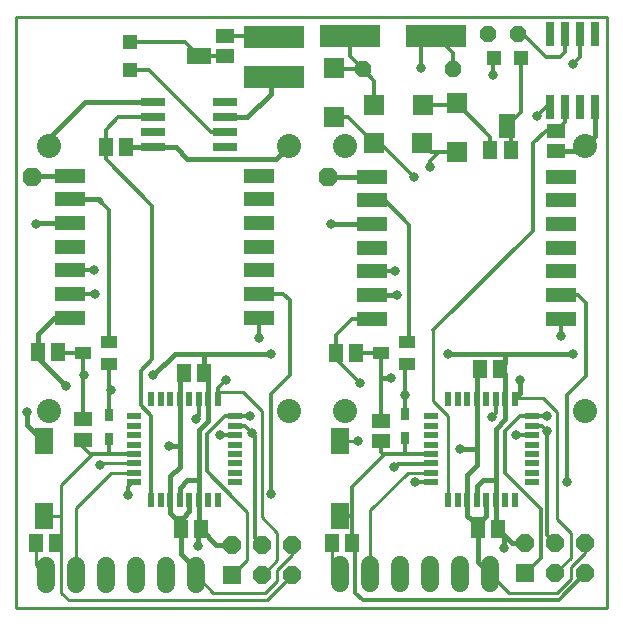
<source format=gtl>
G75*
G70*
%OFA0B0*%
%FSLAX24Y24*%
%IPPOS*%
%LPD*%
%AMOC8*
5,1,8,0,0,1.08239X$1,22.5*
%
%ADD10C,0.0100*%
%ADD11C,0.0600*%
%ADD12R,0.0591X0.0512*%
%ADD13OC8,0.0630*%
%ADD14R,0.0600X0.0600*%
%ADD15OC8,0.0600*%
%ADD16R,0.1000X0.0500*%
%ADD17R,0.0220X0.0500*%
%ADD18R,0.0500X0.0220*%
%ADD19R,0.0800X0.0260*%
%ADD20R,0.0512X0.0591*%
%ADD21R,0.0551X0.0394*%
%ADD22R,0.0315X0.0394*%
%ADD23C,0.0800*%
%ADD24R,0.0630X0.0906*%
%ADD25R,0.0512X0.0512*%
%ADD26R,0.0787X0.0552*%
%ADD27R,0.2000X0.0720*%
%ADD28R,0.0260X0.0800*%
%ADD29R,0.0552X0.0787*%
%ADD30OC8,0.0520*%
%ADD31R,0.0709X0.0669*%
%ADD32R,0.0669X0.0709*%
%ADD33C,0.0160*%
%ADD34C,0.0320*%
%ADD35C,0.0120*%
D10*
X001167Y001356D02*
X001167Y021031D01*
X020842Y021031D01*
X020842Y021056D01*
X020842Y021031D02*
X020842Y001356D01*
X001167Y001356D01*
X002148Y002444D02*
X001822Y002771D01*
X001822Y003506D01*
X002491Y003506D02*
X002517Y003506D01*
X002667Y003356D01*
X002667Y004356D01*
X002607Y004416D01*
X002097Y004416D01*
X002667Y004356D02*
X002667Y005456D01*
X003667Y006456D01*
X003688Y006477D01*
X004005Y006162D02*
X003945Y006102D01*
X004005Y006162D02*
X005083Y006162D01*
X005083Y005847D02*
X004308Y005847D01*
X003148Y004687D01*
X003148Y002444D01*
X002667Y001856D02*
X002917Y001606D01*
X009511Y001606D01*
X010355Y002450D01*
X009847Y002596D02*
X009847Y002256D01*
X009447Y001856D01*
X007737Y001856D01*
X007148Y002444D01*
X008355Y002450D02*
X008361Y002450D01*
X008867Y002956D01*
X008867Y004556D01*
X008501Y004922D01*
X009367Y004376D02*
X009867Y003856D01*
X009867Y002936D01*
X009381Y002450D01*
X009355Y002450D01*
X009847Y002596D02*
X010355Y003104D01*
X010355Y003450D01*
X009355Y003450D02*
X009353Y003450D01*
X009367Y004376D02*
X009367Y007916D01*
X008727Y008556D01*
X007875Y008556D01*
X011967Y006896D02*
X012557Y006896D01*
X012567Y006906D01*
X014208Y005847D02*
X012967Y004606D01*
X012967Y002467D01*
X011967Y002467D02*
X011682Y002752D01*
X011682Y003506D01*
X014208Y005847D02*
X014983Y005847D01*
X014977Y006156D02*
X014983Y006162D01*
X015570Y004944D02*
X015570Y007752D01*
X015067Y008256D01*
X015067Y010596D01*
X017807Y008356D02*
X018707Y008356D01*
X019187Y007876D01*
X019187Y004316D01*
X019647Y003856D01*
X019647Y003016D01*
X019135Y002504D01*
X019135Y002496D01*
X019647Y002316D02*
X019187Y001856D01*
X017578Y001856D01*
X016967Y002467D01*
X019647Y002316D02*
X019647Y002696D01*
X020135Y003184D01*
X020135Y003496D01*
X002667Y003356D02*
X002667Y001856D01*
D11*
X003148Y002144D02*
X003148Y002744D01*
X002148Y002744D02*
X002148Y002144D01*
X004148Y002144D02*
X004148Y002744D01*
X005148Y002744D02*
X005148Y002144D01*
X006148Y002144D02*
X006148Y002744D01*
X007148Y002744D02*
X007148Y002144D01*
X011967Y002167D02*
X011967Y002767D01*
X012967Y002767D02*
X012967Y002167D01*
X013967Y002167D02*
X013967Y002767D01*
X014967Y002767D02*
X014967Y002167D01*
X015967Y002167D02*
X015967Y002767D01*
X016967Y002767D02*
X016967Y002167D01*
D12*
X013317Y006921D03*
X013317Y007590D03*
X019167Y016591D03*
X019167Y017260D03*
X008117Y019741D03*
X008117Y020410D03*
X003401Y007629D03*
X003401Y006960D03*
D13*
X001676Y015727D03*
X011567Y015706D03*
D14*
X008355Y002450D03*
X018135Y002496D03*
D15*
X018135Y003496D03*
X019135Y003496D03*
X020135Y003496D03*
X020135Y002496D03*
X019135Y002496D03*
X010355Y002450D03*
X010355Y003450D03*
X009355Y003450D03*
X009355Y002450D03*
X008355Y003450D03*
D16*
X009247Y011027D03*
X009247Y011815D03*
X009247Y012602D03*
X009247Y013389D03*
X009247Y014177D03*
X009247Y014964D03*
X009247Y015752D03*
X013017Y015718D03*
X013017Y014931D03*
X013017Y014143D03*
X013017Y013356D03*
X013017Y012568D03*
X013017Y011781D03*
X013017Y010994D03*
X019316Y010994D03*
X019316Y011781D03*
X019316Y012568D03*
X019316Y013356D03*
X019316Y014143D03*
X019316Y014931D03*
X019316Y015718D03*
X002948Y015752D03*
X002948Y014964D03*
X002948Y014177D03*
X002948Y013389D03*
X002948Y012602D03*
X002948Y011815D03*
X002948Y011027D03*
D17*
X005670Y008324D03*
X005985Y008324D03*
X006300Y008324D03*
X006615Y008324D03*
X006930Y008324D03*
X007245Y008324D03*
X007560Y008324D03*
X007875Y008324D03*
X007875Y004944D03*
X007560Y004944D03*
X007245Y004944D03*
X006930Y004944D03*
X006615Y004944D03*
X006300Y004944D03*
X005985Y004944D03*
X005670Y004944D03*
X015570Y004944D03*
X015885Y004944D03*
X016200Y004944D03*
X016515Y004944D03*
X016830Y004944D03*
X017145Y004944D03*
X017460Y004944D03*
X017775Y004944D03*
X017775Y008324D03*
X017460Y008324D03*
X017145Y008324D03*
X016830Y008324D03*
X016515Y008324D03*
X016200Y008324D03*
X015885Y008324D03*
X015570Y008324D03*
D18*
X014983Y007737D03*
X014983Y007422D03*
X014983Y007107D03*
X014983Y006792D03*
X014983Y006477D03*
X014983Y006162D03*
X014983Y005847D03*
X014983Y005532D03*
X018363Y005532D03*
X018363Y005847D03*
X018363Y006162D03*
X018363Y006477D03*
X018363Y006792D03*
X018363Y007107D03*
X018363Y007422D03*
X018363Y007737D03*
X008463Y007737D03*
X008463Y007422D03*
X008463Y007107D03*
X008463Y006792D03*
X008463Y006477D03*
X008463Y006162D03*
X008463Y005847D03*
X008463Y005532D03*
X005083Y005532D03*
X005083Y005847D03*
X005083Y006162D03*
X005083Y006477D03*
X005083Y006792D03*
X005083Y007107D03*
X005083Y007422D03*
X005083Y007737D03*
D19*
X005717Y016696D03*
X005717Y017196D03*
X005717Y017696D03*
X005717Y018196D03*
X008137Y018196D03*
X008137Y017696D03*
X008137Y017196D03*
X008137Y016696D03*
D20*
X004811Y016696D03*
X004142Y016696D03*
X002551Y009876D03*
X001882Y009876D03*
X006752Y009186D03*
X007421Y009186D03*
X011832Y009836D03*
X012501Y009836D03*
X016632Y009306D03*
X017301Y009306D03*
X017221Y003966D03*
X016552Y003966D03*
X012351Y003506D03*
X011682Y003506D03*
X007321Y003966D03*
X006652Y003966D03*
X002491Y003506D03*
X001822Y003506D03*
X016972Y016606D03*
X017641Y016606D03*
D21*
X014200Y010220D03*
X014200Y009472D03*
X013334Y009846D03*
X004260Y010220D03*
X004260Y009472D03*
X003394Y009846D03*
D22*
X004257Y007770D03*
X004257Y006982D03*
X014117Y007012D03*
X014117Y007800D03*
D23*
X012117Y007906D03*
X010267Y007906D03*
X002267Y007906D03*
X002267Y016756D03*
X010267Y016756D03*
X012117Y016756D03*
X020117Y016756D03*
X020117Y007906D03*
D24*
X011967Y006896D03*
X011967Y004416D03*
X002097Y004416D03*
X002097Y006896D03*
D25*
X004967Y019293D03*
X004967Y020199D03*
X017084Y019686D03*
X017989Y019686D03*
D26*
X007242Y019746D03*
D27*
X009747Y020376D03*
X009747Y019036D03*
X012277Y020416D03*
X015157Y020406D03*
D28*
X018947Y020476D03*
X019447Y020476D03*
X019947Y020476D03*
X020447Y020476D03*
X020447Y018056D03*
X019947Y018056D03*
X019447Y018056D03*
X018947Y018056D03*
D29*
X017537Y017411D03*
D30*
X015727Y019296D03*
X016887Y020466D03*
X017887Y020466D03*
X012727Y019296D03*
D31*
X013100Y018126D03*
X013090Y016836D03*
X014704Y016836D03*
X014714Y018126D03*
D32*
X015867Y018163D03*
X015867Y016549D03*
X011757Y017719D03*
X011757Y019333D03*
D33*
X009747Y019036D02*
X009647Y018936D01*
X009647Y018476D01*
X008867Y017696D01*
X008137Y017696D01*
X006867Y016306D02*
X009817Y016306D01*
X010267Y016756D01*
X011567Y015706D02*
X011579Y015718D01*
X013017Y015718D01*
X013017Y014143D02*
X011679Y014143D01*
X011667Y014156D01*
X013017Y011781D02*
X013842Y011781D01*
X015567Y009806D02*
X017467Y009806D01*
X017467Y009506D01*
X017301Y009340D01*
X017301Y009306D01*
X017460Y009147D01*
X017460Y008324D01*
X017460Y007629D01*
X017145Y007314D01*
X017145Y004944D01*
X017145Y003890D01*
X017221Y003966D01*
X017691Y003496D01*
X018135Y003496D01*
X017427Y003336D02*
X017427Y003760D01*
X017221Y003966D01*
X016830Y004419D02*
X016830Y004944D01*
X016515Y004944D02*
X016515Y005404D01*
X016717Y005606D01*
X017017Y005606D01*
X016515Y006104D02*
X016200Y005790D01*
X016200Y004944D01*
X016200Y004422D01*
X016317Y004306D01*
X016552Y004070D01*
X016552Y003966D01*
X016552Y002882D01*
X016967Y002467D01*
X016717Y004306D02*
X016317Y004306D01*
X016717Y004306D02*
X016830Y004419D01*
X016515Y006104D02*
X016515Y006706D01*
X016465Y006656D01*
X015967Y006656D01*
X016515Y006706D02*
X016515Y008324D01*
X016515Y009189D01*
X016632Y009306D01*
X017467Y009806D02*
X019717Y009806D01*
X017967Y008956D02*
X017967Y008516D01*
X017807Y008356D01*
X017775Y008324D01*
X013667Y009006D02*
X013317Y009006D01*
X009657Y009826D02*
X007417Y009826D01*
X007421Y009821D01*
X007421Y009186D01*
X007560Y009047D01*
X007560Y008324D01*
X007567Y008318D01*
X007567Y007586D01*
X007245Y007264D01*
X007245Y005606D01*
X006867Y005606D01*
X006615Y005354D01*
X006615Y004944D01*
X006300Y004944D02*
X006300Y004522D01*
X006467Y004356D01*
X006767Y004056D01*
X006652Y003966D02*
X006652Y003152D01*
X007148Y002656D01*
X007148Y002444D01*
X007227Y003396D02*
X007227Y003871D01*
X007321Y003966D01*
X007837Y003450D01*
X008355Y003450D01*
X007321Y003966D02*
X007267Y003911D01*
X007321Y003966D02*
X007245Y004042D01*
X007245Y004944D01*
X007245Y005606D01*
X006930Y004944D02*
X006930Y004569D01*
X006717Y004356D01*
X006467Y004356D01*
X006300Y004944D02*
X006300Y005740D01*
X006615Y006054D01*
X006615Y006706D01*
X006565Y006756D01*
X006267Y006756D01*
X006615Y006706D02*
X006615Y008324D01*
X006615Y009049D01*
X006752Y009186D01*
X006457Y009826D02*
X005727Y009096D01*
X006457Y009826D02*
X007417Y009826D01*
X008462Y007106D02*
X008463Y007107D01*
X004337Y008606D02*
X004307Y008576D01*
X002817Y008756D02*
X001882Y009690D01*
X001882Y009876D01*
X001882Y010471D01*
X002438Y011027D01*
X002948Y011027D01*
X002732Y008840D02*
X002817Y008756D01*
X001537Y007876D02*
X001537Y007456D01*
X002097Y006896D01*
X001807Y014156D02*
X001828Y014177D01*
X002948Y014177D01*
X002948Y014964D02*
X003908Y014964D01*
X003992Y014881D01*
X002948Y015752D02*
X001700Y015752D01*
X001676Y015727D01*
X002267Y016756D02*
X002267Y016996D01*
X003467Y018196D01*
X005717Y018196D01*
X005717Y016696D02*
X004811Y016696D01*
X004772Y016696D01*
X005717Y016696D02*
X006477Y016696D01*
X006867Y016306D01*
X019167Y016591D02*
X019952Y016591D01*
X020117Y016756D01*
X020447Y017086D01*
X020447Y018056D01*
D34*
X019707Y019476D03*
X018507Y017736D03*
X017067Y019116D03*
X014667Y019356D03*
X014967Y016056D03*
X014427Y015696D03*
X011667Y014156D03*
X013804Y012568D03*
X013842Y011781D03*
X015567Y009806D03*
X014117Y008456D03*
X013667Y009006D03*
X012617Y008856D03*
X012567Y006906D03*
X013767Y006036D03*
X014443Y005532D03*
X015967Y006656D03*
X017017Y007706D03*
X017817Y007106D03*
X018857Y007256D03*
X018857Y007737D03*
X017967Y008956D03*
X019316Y010405D03*
X019717Y009806D03*
X019527Y005552D03*
X017427Y003336D03*
X009663Y005132D03*
X009030Y007169D03*
X008966Y007735D03*
X007947Y007106D03*
X007167Y007656D03*
X006267Y006756D03*
X004877Y005112D03*
X003945Y006102D03*
X001537Y007876D03*
X002817Y008756D03*
X003427Y009096D03*
X004337Y008606D03*
X005727Y009096D03*
X008167Y008956D03*
X009657Y009826D03*
X009247Y010337D03*
X003775Y011815D03*
X003763Y012602D03*
X001807Y014156D03*
X007227Y003396D03*
D35*
X008501Y004922D02*
X007507Y005916D01*
X007507Y007136D01*
X008106Y007735D01*
X008966Y007735D01*
X009044Y007737D01*
X008463Y007737D01*
X008463Y007422D02*
X008479Y007406D01*
X008793Y007406D01*
X009030Y007169D01*
X009127Y007073D01*
X009127Y003676D01*
X009353Y003450D01*
X009663Y005132D02*
X009667Y005328D01*
X009667Y008476D01*
X010287Y009096D01*
X010287Y011596D01*
X010068Y011815D01*
X009247Y011815D01*
X009247Y011027D02*
X009247Y010337D01*
X008167Y008956D02*
X007875Y008664D01*
X007875Y008556D01*
X007875Y008324D01*
X007245Y008324D02*
X007245Y007734D01*
X007167Y007656D01*
X007947Y007106D02*
X008462Y007106D01*
X005670Y007752D02*
X005670Y004944D01*
X005083Y005532D02*
X005043Y005532D01*
X004877Y005366D01*
X004877Y005112D01*
X005083Y006477D02*
X004267Y006477D01*
X004257Y006487D01*
X004257Y006982D01*
X004267Y006477D02*
X003688Y006477D01*
X003667Y006456D02*
X003401Y006722D01*
X003401Y006960D01*
X003401Y007629D02*
X003401Y009096D01*
X003427Y009096D01*
X003401Y009096D02*
X003401Y009839D01*
X003394Y009846D01*
X002581Y009846D01*
X002551Y009876D01*
X004260Y010220D02*
X004260Y014613D01*
X003992Y014881D01*
X004142Y016300D02*
X005697Y014746D01*
X005697Y009636D01*
X005317Y009256D01*
X005317Y008106D01*
X005670Y007752D01*
X004260Y007773D02*
X004257Y007770D01*
X004260Y007773D02*
X004260Y008656D01*
X004307Y008609D01*
X004307Y008576D01*
X004260Y008656D02*
X004260Y009472D01*
X003775Y011815D02*
X002948Y011815D01*
X002948Y012602D02*
X003763Y012602D01*
X004142Y016300D02*
X004142Y016696D01*
X004142Y017281D01*
X004557Y017696D01*
X005717Y017696D01*
X005579Y019293D02*
X004967Y019293D01*
X005579Y019293D02*
X007667Y017206D01*
X008127Y017206D01*
X008137Y017196D01*
X008117Y019741D02*
X007246Y019741D01*
X007242Y019746D01*
X006789Y020199D01*
X004967Y020199D01*
X008117Y020410D02*
X009712Y020410D01*
X009747Y020376D01*
X011757Y019333D02*
X011794Y019296D01*
X012727Y019296D01*
X013100Y018923D01*
X013100Y018126D01*
X012207Y017719D02*
X013090Y016836D01*
X013287Y016836D01*
X014427Y015696D01*
X014967Y016056D02*
X014967Y016249D01*
X015267Y016549D01*
X014991Y016549D01*
X014704Y016836D01*
X015267Y016549D02*
X015867Y016549D01*
X016972Y016606D02*
X016972Y017058D01*
X015867Y018163D01*
X015830Y018126D01*
X014714Y018126D01*
X014667Y019356D02*
X014657Y019366D01*
X014657Y020076D01*
X015157Y020406D01*
X015727Y019836D01*
X015727Y019296D01*
X017067Y019116D02*
X017067Y019669D01*
X017084Y019686D01*
X017887Y020466D02*
X018057Y020466D01*
X018807Y019716D01*
X019287Y019716D01*
X019447Y019876D01*
X019447Y020476D01*
X019947Y020476D02*
X019947Y019716D01*
X019707Y019476D01*
X019447Y018056D02*
X019447Y017540D01*
X019167Y017260D01*
X018811Y017260D01*
X018387Y016836D01*
X018387Y013916D01*
X015067Y010596D01*
X014267Y010287D02*
X014200Y010220D01*
X014267Y010287D02*
X014267Y014106D01*
X013442Y014931D01*
X013017Y014931D01*
X013017Y012568D02*
X013804Y012568D01*
X013017Y010994D02*
X012354Y010994D01*
X011817Y010456D01*
X011832Y010440D01*
X011832Y009836D01*
X011832Y009640D01*
X012617Y008856D01*
X013317Y009006D02*
X013317Y007590D01*
X013317Y006921D02*
X013317Y006546D01*
X013412Y006451D01*
X012351Y005390D01*
X012351Y004356D01*
X012291Y004416D01*
X011967Y004416D01*
X012351Y004356D02*
X012351Y003506D01*
X012467Y003390D01*
X012467Y001856D01*
X012717Y001606D01*
X019245Y001606D01*
X020135Y002496D01*
X019135Y003496D02*
X019135Y003507D01*
X018867Y003776D01*
X018867Y007246D01*
X018857Y007256D01*
X018691Y007422D01*
X018363Y007422D01*
X018362Y007736D02*
X017947Y007736D01*
X017447Y007236D01*
X017447Y005856D01*
X018327Y004976D01*
X018398Y004904D01*
X018647Y004656D01*
X018647Y002996D01*
X018147Y002496D01*
X018135Y002496D01*
X019527Y005552D02*
X019527Y008436D01*
X020167Y009076D01*
X020167Y011496D01*
X019881Y011781D01*
X019316Y011781D01*
X019316Y010994D02*
X019316Y010405D01*
X017145Y008324D02*
X017145Y007834D01*
X017017Y007706D01*
X017818Y007107D02*
X017817Y007106D01*
X017818Y007107D02*
X018363Y007107D01*
X018362Y007736D02*
X018363Y007737D01*
X018857Y007737D01*
X014983Y006477D02*
X014167Y006477D01*
X014117Y006527D01*
X014117Y007012D01*
X014167Y006477D02*
X013438Y006477D01*
X013412Y006451D01*
X013767Y006036D02*
X013887Y006156D01*
X014977Y006156D01*
X014983Y005532D02*
X014443Y005532D01*
X014117Y007800D02*
X014117Y008456D01*
X014117Y009389D01*
X014200Y009472D01*
X013334Y009846D02*
X013324Y009836D01*
X012501Y009836D01*
X013317Y009829D02*
X013317Y009006D01*
X013317Y009829D02*
X013334Y009846D01*
X017641Y016606D02*
X017641Y017306D01*
X017537Y017411D01*
X017989Y017864D01*
X017989Y019686D01*
X018827Y018056D02*
X018507Y017736D01*
X018827Y018056D02*
X018947Y018056D01*
X012727Y019296D02*
X012277Y019746D01*
X012277Y020416D01*
X012207Y017719D02*
X011757Y017719D01*
M02*

</source>
